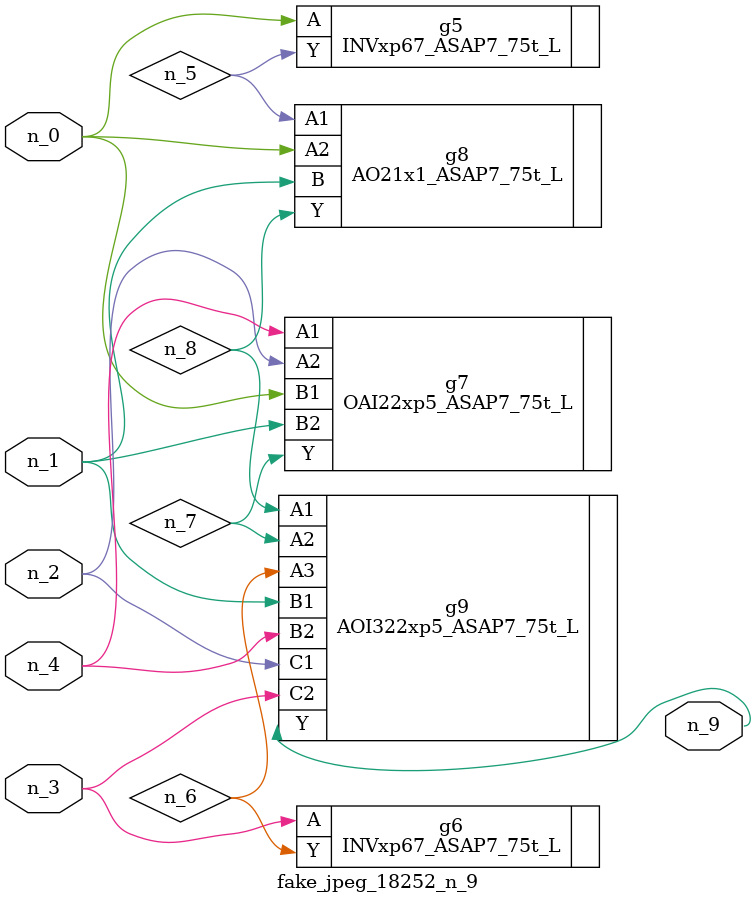
<source format=v>
module fake_jpeg_18252_n_9 (n_3, n_2, n_1, n_0, n_4, n_9);

input n_3;
input n_2;
input n_1;
input n_0;
input n_4;

output n_9;

wire n_8;
wire n_6;
wire n_5;
wire n_7;

INVxp67_ASAP7_75t_L g5 ( 
.A(n_0),
.Y(n_5)
);

INVxp67_ASAP7_75t_L g6 ( 
.A(n_3),
.Y(n_6)
);

OAI22xp5_ASAP7_75t_L g7 ( 
.A1(n_4),
.A2(n_2),
.B1(n_0),
.B2(n_1),
.Y(n_7)
);

AO21x1_ASAP7_75t_L g8 ( 
.A1(n_5),
.A2(n_0),
.B(n_1),
.Y(n_8)
);

AOI322xp5_ASAP7_75t_L g9 ( 
.A1(n_8),
.A2(n_7),
.A3(n_6),
.B1(n_1),
.B2(n_4),
.C1(n_2),
.C2(n_3),
.Y(n_9)
);


endmodule
</source>
